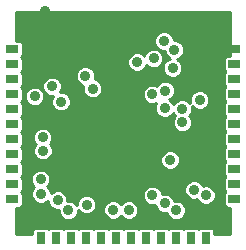
<source format=gbr>
%FSLAX34Y34*%
G04 Gerber Fmt 3.4, Leading zero omitted, Abs format*
G04 (created by PCBNEW (2013-12-14 BZR 4555)-product) date Wed 15 Jan 2014 15:39:03 EST*
%MOIN*%
G01*
G70*
G90*
G04 APERTURE LIST*
%ADD10C,0.003937*%
%ADD11R,0.060000X0.060000*%
%ADD12R,0.027559X0.039370*%
%ADD13R,0.039370X0.027559*%
%ADD14C,0.035000*%
%ADD15C,0.010000*%
G04 APERTURE END LIST*
G54D10*
G54D11*
X-433Y-1594D03*
G54D12*
X2750Y-4793D03*
X2250Y-4793D03*
G54D10*
G36*
X-3897Y1362D02*
X-3897Y1637D01*
X-3503Y1637D01*
X-3503Y1362D01*
X-3897Y1362D01*
X-3897Y1362D01*
G37*
G36*
X-3897Y-3637D02*
X-3897Y-3362D01*
X-3503Y-3362D01*
X-3503Y-3637D01*
X-3897Y-3637D01*
X-3897Y-3637D01*
G37*
G36*
X-3897Y862D02*
X-3897Y1137D01*
X-3503Y1137D01*
X-3503Y862D01*
X-3897Y862D01*
X-3897Y862D01*
G37*
G36*
X-3897Y362D02*
X-3897Y637D01*
X-3503Y637D01*
X-3503Y362D01*
X-3897Y362D01*
X-3897Y362D01*
G37*
G36*
X-3897Y-137D02*
X-3897Y137D01*
X-3503Y137D01*
X-3503Y-137D01*
X-3897Y-137D01*
X-3897Y-137D01*
G37*
G36*
X-3897Y-637D02*
X-3897Y-362D01*
X-3503Y-362D01*
X-3503Y-637D01*
X-3897Y-637D01*
X-3897Y-637D01*
G37*
G36*
X-3897Y-1137D02*
X-3897Y-862D01*
X-3503Y-862D01*
X-3503Y-1137D01*
X-3897Y-1137D01*
X-3897Y-1137D01*
G37*
G36*
X-3897Y-1637D02*
X-3897Y-1362D01*
X-3503Y-1362D01*
X-3503Y-1637D01*
X-3897Y-1637D01*
X-3897Y-1637D01*
G37*
G36*
X-3897Y-2137D02*
X-3897Y-1862D01*
X-3503Y-1862D01*
X-3503Y-2137D01*
X-3897Y-2137D01*
X-3897Y-2137D01*
G37*
G36*
X-3897Y-2637D02*
X-3897Y-2362D01*
X-3503Y-2362D01*
X-3503Y-2637D01*
X-3897Y-2637D01*
X-3897Y-2637D01*
G37*
G36*
X-3897Y-3137D02*
X-3897Y-2862D01*
X-3503Y-2862D01*
X-3503Y-3137D01*
X-3897Y-3137D01*
X-3897Y-3137D01*
G37*
G54D12*
X-2750Y-4793D03*
X-2250Y-4793D03*
X-1750Y-4793D03*
X-1250Y-4793D03*
X-750Y-4793D03*
X-250Y-4793D03*
X250Y-4793D03*
X750Y-4793D03*
X1250Y-4793D03*
X1750Y-4793D03*
G54D13*
X3700Y1500D03*
X3700Y-3500D03*
X3700Y-3000D03*
X3700Y-2500D03*
X3700Y-2000D03*
X3700Y-1500D03*
X3700Y-1000D03*
X3700Y-500D03*
X3700Y0D03*
X3700Y500D03*
X3700Y1000D03*
G54D14*
X-2377Y267D03*
X1964Y-937D03*
X1355Y1778D03*
X1897Y2555D03*
X-1196Y2555D03*
X-1224Y1321D03*
X-421Y2555D03*
X354Y2555D03*
X1137Y2555D03*
X2677Y2555D03*
X-3460Y2555D03*
X-3027Y2555D03*
X-2149Y2555D03*
X-2618Y2763D03*
X2024Y-2909D03*
X2755Y-617D03*
X-1228Y-3677D03*
X1011Y1196D03*
X-2078Y-242D03*
X1643Y879D03*
X1969Y-484D03*
X-2192Y-3523D03*
X-338Y-3852D03*
X173Y-3862D03*
X-2755Y-2830D03*
X-2751Y-3314D03*
X963Y-3364D03*
X1381Y-3636D03*
X2751Y-3362D03*
X2358Y-3185D03*
X1562Y-2193D03*
X2540Y-187D03*
X1378Y-461D03*
X1399Y128D03*
X969Y-1D03*
X459Y1077D03*
X-1270Y612D03*
X-2690Y-1437D03*
X-1026Y192D03*
X1699Y1483D03*
X-1834Y-3866D03*
X-2956Y-64D03*
X1760Y-3866D03*
X-2684Y-1875D03*
G54D10*
G36*
X3570Y-4664D02*
X3077Y-4664D01*
X3077Y-3297D01*
X3027Y-3178D01*
X2936Y-3086D01*
X2866Y-3057D01*
X2866Y-123D01*
X2816Y-3D01*
X2725Y87D01*
X2605Y137D01*
X2476Y137D01*
X2357Y87D01*
X2265Y-3D01*
X2216Y-122D01*
X2215Y-252D01*
X2229Y-285D01*
X2153Y-208D01*
X2033Y-159D01*
X2024Y-159D01*
X2024Y1547D01*
X1975Y1667D01*
X1883Y1758D01*
X1764Y1808D01*
X1680Y1808D01*
X1680Y1842D01*
X1631Y1962D01*
X1539Y2053D01*
X1420Y2103D01*
X1291Y2103D01*
X1171Y2054D01*
X1080Y1962D01*
X1030Y1843D01*
X1030Y1714D01*
X1079Y1594D01*
X1171Y1503D01*
X1290Y1453D01*
X1374Y1453D01*
X1374Y1419D01*
X1423Y1299D01*
X1515Y1208D01*
X1552Y1192D01*
X1460Y1154D01*
X1368Y1063D01*
X1336Y986D01*
X1336Y1260D01*
X1287Y1380D01*
X1196Y1471D01*
X1076Y1521D01*
X947Y1521D01*
X827Y1472D01*
X736Y1380D01*
X700Y1295D01*
X643Y1352D01*
X524Y1402D01*
X394Y1402D01*
X275Y1353D01*
X183Y1261D01*
X134Y1142D01*
X134Y1012D01*
X183Y893D01*
X274Y802D01*
X394Y752D01*
X523Y752D01*
X643Y801D01*
X734Y893D01*
X770Y978D01*
X827Y921D01*
X946Y871D01*
X1076Y871D01*
X1195Y920D01*
X1287Y1012D01*
X1336Y1131D01*
X1336Y1260D01*
X1336Y986D01*
X1318Y944D01*
X1318Y814D01*
X1368Y695D01*
X1459Y603D01*
X1579Y554D01*
X1708Y554D01*
X1827Y603D01*
X1919Y694D01*
X1968Y814D01*
X1968Y943D01*
X1919Y1063D01*
X1828Y1154D01*
X1791Y1169D01*
X1883Y1207D01*
X1974Y1299D01*
X2024Y1418D01*
X2024Y1547D01*
X2024Y-159D01*
X1904Y-159D01*
X1785Y-208D01*
X1693Y-299D01*
X1678Y-336D01*
X1654Y-277D01*
X1563Y-186D01*
X1525Y-170D01*
X1583Y-146D01*
X1674Y-55D01*
X1724Y63D01*
X1724Y193D01*
X1675Y312D01*
X1583Y404D01*
X1464Y453D01*
X1335Y453D01*
X1215Y404D01*
X1124Y313D01*
X1114Y289D01*
X1034Y323D01*
X904Y323D01*
X785Y273D01*
X693Y182D01*
X644Y63D01*
X644Y-66D01*
X693Y-185D01*
X784Y-277D01*
X904Y-326D01*
X1033Y-326D01*
X1092Y-302D01*
X1053Y-396D01*
X1053Y-525D01*
X1103Y-645D01*
X1194Y-736D01*
X1313Y-786D01*
X1443Y-786D01*
X1562Y-737D01*
X1654Y-645D01*
X1669Y-609D01*
X1693Y-668D01*
X1733Y-708D01*
X1688Y-752D01*
X1639Y-872D01*
X1639Y-1001D01*
X1688Y-1121D01*
X1779Y-1212D01*
X1899Y-1262D01*
X2028Y-1262D01*
X2148Y-1212D01*
X2239Y-1121D01*
X2289Y-1002D01*
X2289Y-872D01*
X2240Y-753D01*
X2199Y-713D01*
X2244Y-668D01*
X2293Y-549D01*
X2294Y-419D01*
X2280Y-386D01*
X2356Y-463D01*
X2476Y-512D01*
X2605Y-512D01*
X2724Y-463D01*
X2816Y-372D01*
X2865Y-252D01*
X2866Y-123D01*
X2866Y-3057D01*
X2816Y-3037D01*
X2687Y-3037D01*
X2654Y-3050D01*
X2633Y-3001D01*
X2542Y-2909D01*
X2423Y-2860D01*
X2293Y-2859D01*
X2174Y-2909D01*
X2082Y-3000D01*
X2033Y-3120D01*
X2033Y-3249D01*
X2082Y-3368D01*
X2173Y-3460D01*
X2293Y-3509D01*
X2422Y-3510D01*
X2455Y-3496D01*
X2476Y-3546D01*
X2567Y-3637D01*
X2687Y-3687D01*
X2816Y-3687D01*
X2935Y-3637D01*
X3027Y-3546D01*
X3076Y-3427D01*
X3077Y-3297D01*
X3077Y-4664D01*
X3037Y-4664D01*
X3037Y-4566D01*
X3014Y-4511D01*
X2972Y-4469D01*
X2917Y-4446D01*
X2857Y-4446D01*
X2582Y-4446D01*
X2527Y-4469D01*
X2500Y-4496D01*
X2472Y-4469D01*
X2417Y-4446D01*
X2357Y-4446D01*
X2085Y-4446D01*
X2085Y-3801D01*
X2035Y-3682D01*
X1944Y-3590D01*
X1887Y-3567D01*
X1887Y-2129D01*
X1838Y-2010D01*
X1746Y-1918D01*
X1627Y-1868D01*
X1498Y-1868D01*
X1378Y-1918D01*
X1287Y-2009D01*
X1237Y-2128D01*
X1237Y-2258D01*
X1286Y-2377D01*
X1378Y-2469D01*
X1497Y-2518D01*
X1626Y-2518D01*
X1746Y-2469D01*
X1837Y-2378D01*
X1887Y-2258D01*
X1887Y-2129D01*
X1887Y-3567D01*
X1825Y-3541D01*
X1695Y-3541D01*
X1693Y-3541D01*
X1657Y-3452D01*
X1565Y-3361D01*
X1446Y-3311D01*
X1317Y-3311D01*
X1288Y-3323D01*
X1288Y-3300D01*
X1239Y-3180D01*
X1148Y-3089D01*
X1028Y-3039D01*
X899Y-3039D01*
X780Y-3089D01*
X688Y-3180D01*
X638Y-3299D01*
X638Y-3429D01*
X688Y-3548D01*
X779Y-3640D01*
X899Y-3689D01*
X1028Y-3689D01*
X1056Y-3678D01*
X1056Y-3700D01*
X1105Y-3820D01*
X1197Y-3911D01*
X1316Y-3961D01*
X1445Y-3961D01*
X1447Y-3960D01*
X1484Y-4049D01*
X1575Y-4141D01*
X1695Y-4191D01*
X1824Y-4191D01*
X1944Y-4141D01*
X2035Y-4050D01*
X2085Y-3931D01*
X2085Y-3801D01*
X2085Y-4446D01*
X2082Y-4446D01*
X2027Y-4469D01*
X2000Y-4496D01*
X1972Y-4469D01*
X1917Y-4446D01*
X1857Y-4446D01*
X1582Y-4446D01*
X1527Y-4469D01*
X1500Y-4496D01*
X1472Y-4469D01*
X1417Y-4446D01*
X1357Y-4446D01*
X1082Y-4446D01*
X1027Y-4469D01*
X1000Y-4496D01*
X972Y-4469D01*
X917Y-4446D01*
X857Y-4446D01*
X582Y-4446D01*
X527Y-4469D01*
X500Y-4496D01*
X498Y-4495D01*
X498Y-3797D01*
X449Y-3678D01*
X358Y-3587D01*
X238Y-3537D01*
X109Y-3537D01*
X-10Y-3586D01*
X-77Y-3654D01*
X-154Y-3577D01*
X-273Y-3527D01*
X-403Y-3527D01*
X-522Y-3576D01*
X-614Y-3668D01*
X-663Y-3787D01*
X-663Y-3916D01*
X-614Y-4036D01*
X-523Y-4127D01*
X-403Y-4177D01*
X-274Y-4177D01*
X-155Y-4128D01*
X-87Y-4060D01*
X-10Y-4137D01*
X108Y-4187D01*
X238Y-4187D01*
X357Y-4138D01*
X449Y-4046D01*
X498Y-3927D01*
X498Y-3797D01*
X498Y-4495D01*
X472Y-4469D01*
X417Y-4446D01*
X357Y-4446D01*
X82Y-4446D01*
X27Y-4469D01*
X0Y-4496D01*
X-27Y-4469D01*
X-82Y-4446D01*
X-142Y-4446D01*
X-417Y-4446D01*
X-472Y-4469D01*
X-500Y-4496D01*
X-527Y-4469D01*
X-582Y-4446D01*
X-642Y-4446D01*
X-701Y-4446D01*
X-701Y257D01*
X-750Y376D01*
X-842Y468D01*
X-958Y516D01*
X-945Y548D01*
X-945Y677D01*
X-994Y796D01*
X-1086Y888D01*
X-1205Y937D01*
X-1334Y938D01*
X-1454Y888D01*
X-1545Y797D01*
X-1595Y677D01*
X-1595Y548D01*
X-1546Y429D01*
X-1454Y337D01*
X-1338Y289D01*
X-1351Y257D01*
X-1351Y128D01*
X-1302Y9D01*
X-1210Y-82D01*
X-1091Y-132D01*
X-962Y-132D01*
X-842Y-82D01*
X-751Y8D01*
X-701Y127D01*
X-701Y257D01*
X-701Y-4446D01*
X-903Y-4446D01*
X-903Y-3612D01*
X-952Y-3493D01*
X-1044Y-3401D01*
X-1163Y-3352D01*
X-1292Y-3352D01*
X-1412Y-3401D01*
X-1503Y-3492D01*
X-1553Y-3612D01*
X-1553Y-3695D01*
X-1558Y-3682D01*
X-1650Y-3590D01*
X-1753Y-3547D01*
X-1753Y-178D01*
X-1803Y-58D01*
X-1894Y32D01*
X-2013Y82D01*
X-2103Y82D01*
X-2102Y83D01*
X-2053Y202D01*
X-2052Y332D01*
X-2102Y451D01*
X-2193Y543D01*
X-2313Y592D01*
X-2442Y592D01*
X-2561Y543D01*
X-2653Y452D01*
X-2702Y332D01*
X-2703Y203D01*
X-2653Y83D01*
X-2562Y-7D01*
X-2442Y-57D01*
X-2353Y-57D01*
X-2354Y-58D01*
X-2403Y-177D01*
X-2403Y-306D01*
X-2354Y-426D01*
X-2263Y-517D01*
X-2143Y-567D01*
X-2014Y-567D01*
X-1894Y-518D01*
X-1803Y-426D01*
X-1753Y-307D01*
X-1753Y-178D01*
X-1753Y-3547D01*
X-1769Y-3541D01*
X-1867Y-3541D01*
X-1867Y-3459D01*
X-1917Y-3339D01*
X-2008Y-3248D01*
X-2127Y-3198D01*
X-2257Y-3198D01*
X-2359Y-3240D01*
X-2359Y-1811D01*
X-2408Y-1691D01*
X-2446Y-1653D01*
X-2414Y-1621D01*
X-2365Y-1502D01*
X-2364Y-1372D01*
X-2414Y-1253D01*
X-2505Y-1161D01*
X-2625Y-1112D01*
X-2631Y-1112D01*
X-2631Y0D01*
X-2680Y119D01*
X-2772Y210D01*
X-2891Y260D01*
X-3020Y260D01*
X-3140Y210D01*
X-3231Y119D01*
X-3281Y0D01*
X-3281Y-129D01*
X-3232Y-248D01*
X-3140Y-340D01*
X-3021Y-389D01*
X-2892Y-389D01*
X-2772Y-340D01*
X-2681Y-249D01*
X-2631Y-129D01*
X-2631Y0D01*
X-2631Y-1112D01*
X-2754Y-1112D01*
X-2873Y-1161D01*
X-2965Y-1252D01*
X-3014Y-1372D01*
X-3015Y-1501D01*
X-2965Y-1621D01*
X-2927Y-1659D01*
X-2959Y-1691D01*
X-3009Y-1810D01*
X-3009Y-1940D01*
X-2960Y-2059D01*
X-2868Y-2151D01*
X-2749Y-2200D01*
X-2620Y-2200D01*
X-2500Y-2151D01*
X-2409Y-2060D01*
X-2359Y-1940D01*
X-2359Y-1811D01*
X-2359Y-3240D01*
X-2376Y-3247D01*
X-2426Y-3298D01*
X-2426Y-3250D01*
X-2476Y-3131D01*
X-2536Y-3070D01*
X-2480Y-3015D01*
X-2430Y-2895D01*
X-2430Y-2766D01*
X-2480Y-2646D01*
X-2571Y-2555D01*
X-2690Y-2505D01*
X-2820Y-2505D01*
X-2939Y-2555D01*
X-3031Y-2646D01*
X-3080Y-2765D01*
X-3080Y-2895D01*
X-3031Y-3014D01*
X-2971Y-3074D01*
X-3027Y-3130D01*
X-3076Y-3250D01*
X-3077Y-3379D01*
X-3027Y-3498D01*
X-2936Y-3590D01*
X-2816Y-3639D01*
X-2687Y-3640D01*
X-2568Y-3590D01*
X-2517Y-3540D01*
X-2517Y-3587D01*
X-2468Y-3707D01*
X-2377Y-3798D01*
X-2257Y-3848D01*
X-2159Y-3848D01*
X-2159Y-3930D01*
X-2110Y-4049D01*
X-2018Y-4141D01*
X-1899Y-4191D01*
X-1770Y-4191D01*
X-1650Y-4141D01*
X-1559Y-4050D01*
X-1509Y-3931D01*
X-1509Y-3847D01*
X-1504Y-3861D01*
X-1412Y-3952D01*
X-1293Y-4002D01*
X-1163Y-4002D01*
X-1044Y-3952D01*
X-952Y-3861D01*
X-903Y-3742D01*
X-903Y-3612D01*
X-903Y-4446D01*
X-917Y-4446D01*
X-972Y-4469D01*
X-1000Y-4496D01*
X-1027Y-4469D01*
X-1082Y-4446D01*
X-1142Y-4446D01*
X-1417Y-4446D01*
X-1472Y-4469D01*
X-1500Y-4496D01*
X-1527Y-4469D01*
X-1582Y-4446D01*
X-1642Y-4446D01*
X-1917Y-4446D01*
X-1972Y-4469D01*
X-2000Y-4496D01*
X-2027Y-4469D01*
X-2082Y-4446D01*
X-2142Y-4446D01*
X-2417Y-4446D01*
X-2472Y-4469D01*
X-2500Y-4496D01*
X-2527Y-4469D01*
X-2582Y-4446D01*
X-2642Y-4446D01*
X-2917Y-4446D01*
X-2972Y-4469D01*
X-3014Y-4511D01*
X-3037Y-4566D01*
X-3037Y-4626D01*
X-3037Y-4664D01*
X-3570Y-4664D01*
X-3570Y-3787D01*
X-3474Y-3787D01*
X-3418Y-3764D01*
X-3376Y-3722D01*
X-3353Y-3667D01*
X-3353Y-3607D01*
X-3353Y-3332D01*
X-3376Y-3277D01*
X-3404Y-3250D01*
X-3376Y-3222D01*
X-3353Y-3167D01*
X-3353Y-3107D01*
X-3353Y-2832D01*
X-3376Y-2777D01*
X-3404Y-2750D01*
X-3376Y-2722D01*
X-3353Y-2667D01*
X-3353Y-2607D01*
X-3353Y-2332D01*
X-3376Y-2277D01*
X-3404Y-2250D01*
X-3376Y-2222D01*
X-3353Y-2167D01*
X-3353Y-2107D01*
X-3353Y-1832D01*
X-3376Y-1777D01*
X-3404Y-1750D01*
X-3376Y-1722D01*
X-3353Y-1667D01*
X-3353Y-1607D01*
X-3353Y-1332D01*
X-3376Y-1277D01*
X-3404Y-1250D01*
X-3376Y-1222D01*
X-3353Y-1167D01*
X-3353Y-1107D01*
X-3353Y-832D01*
X-3376Y-777D01*
X-3404Y-750D01*
X-3376Y-722D01*
X-3353Y-667D01*
X-3353Y-607D01*
X-3353Y-332D01*
X-3376Y-277D01*
X-3404Y-250D01*
X-3376Y-222D01*
X-3353Y-167D01*
X-3353Y-107D01*
X-3353Y167D01*
X-3376Y222D01*
X-3404Y250D01*
X-3376Y277D01*
X-3353Y332D01*
X-3353Y392D01*
X-3353Y667D01*
X-3376Y722D01*
X-3404Y750D01*
X-3376Y777D01*
X-3353Y832D01*
X-3353Y892D01*
X-3353Y1167D01*
X-3376Y1222D01*
X-3404Y1250D01*
X-3376Y1277D01*
X-3353Y1332D01*
X-3353Y1392D01*
X-3353Y1667D01*
X-3376Y1722D01*
X-3418Y1764D01*
X-3474Y1787D01*
X-3533Y1787D01*
X-3570Y1787D01*
X-3570Y2729D01*
X3570Y2729D01*
X3570Y1287D01*
X3474Y1287D01*
X3418Y1264D01*
X3376Y1222D01*
X3353Y1167D01*
X3353Y1107D01*
X3353Y832D01*
X3376Y777D01*
X3404Y750D01*
X3376Y722D01*
X3353Y667D01*
X3353Y607D01*
X3353Y332D01*
X3376Y277D01*
X3404Y250D01*
X3376Y222D01*
X3353Y167D01*
X3353Y107D01*
X3353Y-167D01*
X3376Y-222D01*
X3404Y-249D01*
X3376Y-277D01*
X3353Y-332D01*
X3353Y-392D01*
X3353Y-667D01*
X3376Y-722D01*
X3404Y-749D01*
X3376Y-777D01*
X3353Y-832D01*
X3353Y-892D01*
X3353Y-1167D01*
X3376Y-1222D01*
X3404Y-1249D01*
X3376Y-1277D01*
X3353Y-1332D01*
X3353Y-1392D01*
X3353Y-1667D01*
X3376Y-1722D01*
X3404Y-1749D01*
X3376Y-1777D01*
X3353Y-1832D01*
X3353Y-1892D01*
X3353Y-2167D01*
X3376Y-2222D01*
X3404Y-2249D01*
X3376Y-2277D01*
X3353Y-2332D01*
X3353Y-2392D01*
X3353Y-2667D01*
X3376Y-2722D01*
X3404Y-2749D01*
X3376Y-2777D01*
X3353Y-2832D01*
X3353Y-2892D01*
X3353Y-3167D01*
X3376Y-3222D01*
X3404Y-3249D01*
X3376Y-3277D01*
X3353Y-3332D01*
X3353Y-3392D01*
X3353Y-3667D01*
X3376Y-3722D01*
X3418Y-3764D01*
X3474Y-3787D01*
X3533Y-3787D01*
X3570Y-3787D01*
X3570Y-4664D01*
X3570Y-4664D01*
G37*
G54D15*
X3570Y-4664D02*
X3077Y-4664D01*
X3077Y-3297D01*
X3027Y-3178D01*
X2936Y-3086D01*
X2866Y-3057D01*
X2866Y-123D01*
X2816Y-3D01*
X2725Y87D01*
X2605Y137D01*
X2476Y137D01*
X2357Y87D01*
X2265Y-3D01*
X2216Y-122D01*
X2215Y-252D01*
X2229Y-285D01*
X2153Y-208D01*
X2033Y-159D01*
X2024Y-159D01*
X2024Y1547D01*
X1975Y1667D01*
X1883Y1758D01*
X1764Y1808D01*
X1680Y1808D01*
X1680Y1842D01*
X1631Y1962D01*
X1539Y2053D01*
X1420Y2103D01*
X1291Y2103D01*
X1171Y2054D01*
X1080Y1962D01*
X1030Y1843D01*
X1030Y1714D01*
X1079Y1594D01*
X1171Y1503D01*
X1290Y1453D01*
X1374Y1453D01*
X1374Y1419D01*
X1423Y1299D01*
X1515Y1208D01*
X1552Y1192D01*
X1460Y1154D01*
X1368Y1063D01*
X1336Y986D01*
X1336Y1260D01*
X1287Y1380D01*
X1196Y1471D01*
X1076Y1521D01*
X947Y1521D01*
X827Y1472D01*
X736Y1380D01*
X700Y1295D01*
X643Y1352D01*
X524Y1402D01*
X394Y1402D01*
X275Y1353D01*
X183Y1261D01*
X134Y1142D01*
X134Y1012D01*
X183Y893D01*
X274Y802D01*
X394Y752D01*
X523Y752D01*
X643Y801D01*
X734Y893D01*
X770Y978D01*
X827Y921D01*
X946Y871D01*
X1076Y871D01*
X1195Y920D01*
X1287Y1012D01*
X1336Y1131D01*
X1336Y1260D01*
X1336Y986D01*
X1318Y944D01*
X1318Y814D01*
X1368Y695D01*
X1459Y603D01*
X1579Y554D01*
X1708Y554D01*
X1827Y603D01*
X1919Y694D01*
X1968Y814D01*
X1968Y943D01*
X1919Y1063D01*
X1828Y1154D01*
X1791Y1169D01*
X1883Y1207D01*
X1974Y1299D01*
X2024Y1418D01*
X2024Y1547D01*
X2024Y-159D01*
X1904Y-159D01*
X1785Y-208D01*
X1693Y-299D01*
X1678Y-336D01*
X1654Y-277D01*
X1563Y-186D01*
X1525Y-170D01*
X1583Y-146D01*
X1674Y-55D01*
X1724Y63D01*
X1724Y193D01*
X1675Y312D01*
X1583Y404D01*
X1464Y453D01*
X1335Y453D01*
X1215Y404D01*
X1124Y313D01*
X1114Y289D01*
X1034Y323D01*
X904Y323D01*
X785Y273D01*
X693Y182D01*
X644Y63D01*
X644Y-66D01*
X693Y-185D01*
X784Y-277D01*
X904Y-326D01*
X1033Y-326D01*
X1092Y-302D01*
X1053Y-396D01*
X1053Y-525D01*
X1103Y-645D01*
X1194Y-736D01*
X1313Y-786D01*
X1443Y-786D01*
X1562Y-737D01*
X1654Y-645D01*
X1669Y-609D01*
X1693Y-668D01*
X1733Y-708D01*
X1688Y-752D01*
X1639Y-872D01*
X1639Y-1001D01*
X1688Y-1121D01*
X1779Y-1212D01*
X1899Y-1262D01*
X2028Y-1262D01*
X2148Y-1212D01*
X2239Y-1121D01*
X2289Y-1002D01*
X2289Y-872D01*
X2240Y-753D01*
X2199Y-713D01*
X2244Y-668D01*
X2293Y-549D01*
X2294Y-419D01*
X2280Y-386D01*
X2356Y-463D01*
X2476Y-512D01*
X2605Y-512D01*
X2724Y-463D01*
X2816Y-372D01*
X2865Y-252D01*
X2866Y-123D01*
X2866Y-3057D01*
X2816Y-3037D01*
X2687Y-3037D01*
X2654Y-3050D01*
X2633Y-3001D01*
X2542Y-2909D01*
X2423Y-2860D01*
X2293Y-2859D01*
X2174Y-2909D01*
X2082Y-3000D01*
X2033Y-3120D01*
X2033Y-3249D01*
X2082Y-3368D01*
X2173Y-3460D01*
X2293Y-3509D01*
X2422Y-3510D01*
X2455Y-3496D01*
X2476Y-3546D01*
X2567Y-3637D01*
X2687Y-3687D01*
X2816Y-3687D01*
X2935Y-3637D01*
X3027Y-3546D01*
X3076Y-3427D01*
X3077Y-3297D01*
X3077Y-4664D01*
X3037Y-4664D01*
X3037Y-4566D01*
X3014Y-4511D01*
X2972Y-4469D01*
X2917Y-4446D01*
X2857Y-4446D01*
X2582Y-4446D01*
X2527Y-4469D01*
X2500Y-4496D01*
X2472Y-4469D01*
X2417Y-4446D01*
X2357Y-4446D01*
X2085Y-4446D01*
X2085Y-3801D01*
X2035Y-3682D01*
X1944Y-3590D01*
X1887Y-3567D01*
X1887Y-2129D01*
X1838Y-2010D01*
X1746Y-1918D01*
X1627Y-1868D01*
X1498Y-1868D01*
X1378Y-1918D01*
X1287Y-2009D01*
X1237Y-2128D01*
X1237Y-2258D01*
X1286Y-2377D01*
X1378Y-2469D01*
X1497Y-2518D01*
X1626Y-2518D01*
X1746Y-2469D01*
X1837Y-2378D01*
X1887Y-2258D01*
X1887Y-2129D01*
X1887Y-3567D01*
X1825Y-3541D01*
X1695Y-3541D01*
X1693Y-3541D01*
X1657Y-3452D01*
X1565Y-3361D01*
X1446Y-3311D01*
X1317Y-3311D01*
X1288Y-3323D01*
X1288Y-3300D01*
X1239Y-3180D01*
X1148Y-3089D01*
X1028Y-3039D01*
X899Y-3039D01*
X780Y-3089D01*
X688Y-3180D01*
X638Y-3299D01*
X638Y-3429D01*
X688Y-3548D01*
X779Y-3640D01*
X899Y-3689D01*
X1028Y-3689D01*
X1056Y-3678D01*
X1056Y-3700D01*
X1105Y-3820D01*
X1197Y-3911D01*
X1316Y-3961D01*
X1445Y-3961D01*
X1447Y-3960D01*
X1484Y-4049D01*
X1575Y-4141D01*
X1695Y-4191D01*
X1824Y-4191D01*
X1944Y-4141D01*
X2035Y-4050D01*
X2085Y-3931D01*
X2085Y-3801D01*
X2085Y-4446D01*
X2082Y-4446D01*
X2027Y-4469D01*
X2000Y-4496D01*
X1972Y-4469D01*
X1917Y-4446D01*
X1857Y-4446D01*
X1582Y-4446D01*
X1527Y-4469D01*
X1500Y-4496D01*
X1472Y-4469D01*
X1417Y-4446D01*
X1357Y-4446D01*
X1082Y-4446D01*
X1027Y-4469D01*
X1000Y-4496D01*
X972Y-4469D01*
X917Y-4446D01*
X857Y-4446D01*
X582Y-4446D01*
X527Y-4469D01*
X500Y-4496D01*
X498Y-4495D01*
X498Y-3797D01*
X449Y-3678D01*
X358Y-3587D01*
X238Y-3537D01*
X109Y-3537D01*
X-10Y-3586D01*
X-77Y-3654D01*
X-154Y-3577D01*
X-273Y-3527D01*
X-403Y-3527D01*
X-522Y-3576D01*
X-614Y-3668D01*
X-663Y-3787D01*
X-663Y-3916D01*
X-614Y-4036D01*
X-523Y-4127D01*
X-403Y-4177D01*
X-274Y-4177D01*
X-155Y-4128D01*
X-87Y-4060D01*
X-10Y-4137D01*
X108Y-4187D01*
X238Y-4187D01*
X357Y-4138D01*
X449Y-4046D01*
X498Y-3927D01*
X498Y-3797D01*
X498Y-4495D01*
X472Y-4469D01*
X417Y-4446D01*
X357Y-4446D01*
X82Y-4446D01*
X27Y-4469D01*
X0Y-4496D01*
X-27Y-4469D01*
X-82Y-4446D01*
X-142Y-4446D01*
X-417Y-4446D01*
X-472Y-4469D01*
X-500Y-4496D01*
X-527Y-4469D01*
X-582Y-4446D01*
X-642Y-4446D01*
X-701Y-4446D01*
X-701Y257D01*
X-750Y376D01*
X-842Y468D01*
X-958Y516D01*
X-945Y548D01*
X-945Y677D01*
X-994Y796D01*
X-1086Y888D01*
X-1205Y937D01*
X-1334Y938D01*
X-1454Y888D01*
X-1545Y797D01*
X-1595Y677D01*
X-1595Y548D01*
X-1546Y429D01*
X-1454Y337D01*
X-1338Y289D01*
X-1351Y257D01*
X-1351Y128D01*
X-1302Y9D01*
X-1210Y-82D01*
X-1091Y-132D01*
X-962Y-132D01*
X-842Y-82D01*
X-751Y8D01*
X-701Y127D01*
X-701Y257D01*
X-701Y-4446D01*
X-903Y-4446D01*
X-903Y-3612D01*
X-952Y-3493D01*
X-1044Y-3401D01*
X-1163Y-3352D01*
X-1292Y-3352D01*
X-1412Y-3401D01*
X-1503Y-3492D01*
X-1553Y-3612D01*
X-1553Y-3695D01*
X-1558Y-3682D01*
X-1650Y-3590D01*
X-1753Y-3547D01*
X-1753Y-178D01*
X-1803Y-58D01*
X-1894Y32D01*
X-2013Y82D01*
X-2103Y82D01*
X-2102Y83D01*
X-2053Y202D01*
X-2052Y332D01*
X-2102Y451D01*
X-2193Y543D01*
X-2313Y592D01*
X-2442Y592D01*
X-2561Y543D01*
X-2653Y452D01*
X-2702Y332D01*
X-2703Y203D01*
X-2653Y83D01*
X-2562Y-7D01*
X-2442Y-57D01*
X-2353Y-57D01*
X-2354Y-58D01*
X-2403Y-177D01*
X-2403Y-306D01*
X-2354Y-426D01*
X-2263Y-517D01*
X-2143Y-567D01*
X-2014Y-567D01*
X-1894Y-518D01*
X-1803Y-426D01*
X-1753Y-307D01*
X-1753Y-178D01*
X-1753Y-3547D01*
X-1769Y-3541D01*
X-1867Y-3541D01*
X-1867Y-3459D01*
X-1917Y-3339D01*
X-2008Y-3248D01*
X-2127Y-3198D01*
X-2257Y-3198D01*
X-2359Y-3240D01*
X-2359Y-1811D01*
X-2408Y-1691D01*
X-2446Y-1653D01*
X-2414Y-1621D01*
X-2365Y-1502D01*
X-2364Y-1372D01*
X-2414Y-1253D01*
X-2505Y-1161D01*
X-2625Y-1112D01*
X-2631Y-1112D01*
X-2631Y0D01*
X-2680Y119D01*
X-2772Y210D01*
X-2891Y260D01*
X-3020Y260D01*
X-3140Y210D01*
X-3231Y119D01*
X-3281Y0D01*
X-3281Y-129D01*
X-3232Y-248D01*
X-3140Y-340D01*
X-3021Y-389D01*
X-2892Y-389D01*
X-2772Y-340D01*
X-2681Y-249D01*
X-2631Y-129D01*
X-2631Y0D01*
X-2631Y-1112D01*
X-2754Y-1112D01*
X-2873Y-1161D01*
X-2965Y-1252D01*
X-3014Y-1372D01*
X-3015Y-1501D01*
X-2965Y-1621D01*
X-2927Y-1659D01*
X-2959Y-1691D01*
X-3009Y-1810D01*
X-3009Y-1940D01*
X-2960Y-2059D01*
X-2868Y-2151D01*
X-2749Y-2200D01*
X-2620Y-2200D01*
X-2500Y-2151D01*
X-2409Y-2060D01*
X-2359Y-1940D01*
X-2359Y-1811D01*
X-2359Y-3240D01*
X-2376Y-3247D01*
X-2426Y-3298D01*
X-2426Y-3250D01*
X-2476Y-3131D01*
X-2536Y-3070D01*
X-2480Y-3015D01*
X-2430Y-2895D01*
X-2430Y-2766D01*
X-2480Y-2646D01*
X-2571Y-2555D01*
X-2690Y-2505D01*
X-2820Y-2505D01*
X-2939Y-2555D01*
X-3031Y-2646D01*
X-3080Y-2765D01*
X-3080Y-2895D01*
X-3031Y-3014D01*
X-2971Y-3074D01*
X-3027Y-3130D01*
X-3076Y-3250D01*
X-3077Y-3379D01*
X-3027Y-3498D01*
X-2936Y-3590D01*
X-2816Y-3639D01*
X-2687Y-3640D01*
X-2568Y-3590D01*
X-2517Y-3540D01*
X-2517Y-3587D01*
X-2468Y-3707D01*
X-2377Y-3798D01*
X-2257Y-3848D01*
X-2159Y-3848D01*
X-2159Y-3930D01*
X-2110Y-4049D01*
X-2018Y-4141D01*
X-1899Y-4191D01*
X-1770Y-4191D01*
X-1650Y-4141D01*
X-1559Y-4050D01*
X-1509Y-3931D01*
X-1509Y-3847D01*
X-1504Y-3861D01*
X-1412Y-3952D01*
X-1293Y-4002D01*
X-1163Y-4002D01*
X-1044Y-3952D01*
X-952Y-3861D01*
X-903Y-3742D01*
X-903Y-3612D01*
X-903Y-4446D01*
X-917Y-4446D01*
X-972Y-4469D01*
X-1000Y-4496D01*
X-1027Y-4469D01*
X-1082Y-4446D01*
X-1142Y-4446D01*
X-1417Y-4446D01*
X-1472Y-4469D01*
X-1500Y-4496D01*
X-1527Y-4469D01*
X-1582Y-4446D01*
X-1642Y-4446D01*
X-1917Y-4446D01*
X-1972Y-4469D01*
X-2000Y-4496D01*
X-2027Y-4469D01*
X-2082Y-4446D01*
X-2142Y-4446D01*
X-2417Y-4446D01*
X-2472Y-4469D01*
X-2500Y-4496D01*
X-2527Y-4469D01*
X-2582Y-4446D01*
X-2642Y-4446D01*
X-2917Y-4446D01*
X-2972Y-4469D01*
X-3014Y-4511D01*
X-3037Y-4566D01*
X-3037Y-4626D01*
X-3037Y-4664D01*
X-3570Y-4664D01*
X-3570Y-3787D01*
X-3474Y-3787D01*
X-3418Y-3764D01*
X-3376Y-3722D01*
X-3353Y-3667D01*
X-3353Y-3607D01*
X-3353Y-3332D01*
X-3376Y-3277D01*
X-3404Y-3250D01*
X-3376Y-3222D01*
X-3353Y-3167D01*
X-3353Y-3107D01*
X-3353Y-2832D01*
X-3376Y-2777D01*
X-3404Y-2750D01*
X-3376Y-2722D01*
X-3353Y-2667D01*
X-3353Y-2607D01*
X-3353Y-2332D01*
X-3376Y-2277D01*
X-3404Y-2250D01*
X-3376Y-2222D01*
X-3353Y-2167D01*
X-3353Y-2107D01*
X-3353Y-1832D01*
X-3376Y-1777D01*
X-3404Y-1750D01*
X-3376Y-1722D01*
X-3353Y-1667D01*
X-3353Y-1607D01*
X-3353Y-1332D01*
X-3376Y-1277D01*
X-3404Y-1250D01*
X-3376Y-1222D01*
X-3353Y-1167D01*
X-3353Y-1107D01*
X-3353Y-832D01*
X-3376Y-777D01*
X-3404Y-750D01*
X-3376Y-722D01*
X-3353Y-667D01*
X-3353Y-607D01*
X-3353Y-332D01*
X-3376Y-277D01*
X-3404Y-250D01*
X-3376Y-222D01*
X-3353Y-167D01*
X-3353Y-107D01*
X-3353Y167D01*
X-3376Y222D01*
X-3404Y250D01*
X-3376Y277D01*
X-3353Y332D01*
X-3353Y392D01*
X-3353Y667D01*
X-3376Y722D01*
X-3404Y750D01*
X-3376Y777D01*
X-3353Y832D01*
X-3353Y892D01*
X-3353Y1167D01*
X-3376Y1222D01*
X-3404Y1250D01*
X-3376Y1277D01*
X-3353Y1332D01*
X-3353Y1392D01*
X-3353Y1667D01*
X-3376Y1722D01*
X-3418Y1764D01*
X-3474Y1787D01*
X-3533Y1787D01*
X-3570Y1787D01*
X-3570Y2729D01*
X3570Y2729D01*
X3570Y1287D01*
X3474Y1287D01*
X3418Y1264D01*
X3376Y1222D01*
X3353Y1167D01*
X3353Y1107D01*
X3353Y832D01*
X3376Y777D01*
X3404Y750D01*
X3376Y722D01*
X3353Y667D01*
X3353Y607D01*
X3353Y332D01*
X3376Y277D01*
X3404Y250D01*
X3376Y222D01*
X3353Y167D01*
X3353Y107D01*
X3353Y-167D01*
X3376Y-222D01*
X3404Y-249D01*
X3376Y-277D01*
X3353Y-332D01*
X3353Y-392D01*
X3353Y-667D01*
X3376Y-722D01*
X3404Y-749D01*
X3376Y-777D01*
X3353Y-832D01*
X3353Y-892D01*
X3353Y-1167D01*
X3376Y-1222D01*
X3404Y-1249D01*
X3376Y-1277D01*
X3353Y-1332D01*
X3353Y-1392D01*
X3353Y-1667D01*
X3376Y-1722D01*
X3404Y-1749D01*
X3376Y-1777D01*
X3353Y-1832D01*
X3353Y-1892D01*
X3353Y-2167D01*
X3376Y-2222D01*
X3404Y-2249D01*
X3376Y-2277D01*
X3353Y-2332D01*
X3353Y-2392D01*
X3353Y-2667D01*
X3376Y-2722D01*
X3404Y-2749D01*
X3376Y-2777D01*
X3353Y-2832D01*
X3353Y-2892D01*
X3353Y-3167D01*
X3376Y-3222D01*
X3404Y-3249D01*
X3376Y-3277D01*
X3353Y-3332D01*
X3353Y-3392D01*
X3353Y-3667D01*
X3376Y-3722D01*
X3418Y-3764D01*
X3474Y-3787D01*
X3533Y-3787D01*
X3570Y-3787D01*
X3570Y-4664D01*
M02*

</source>
